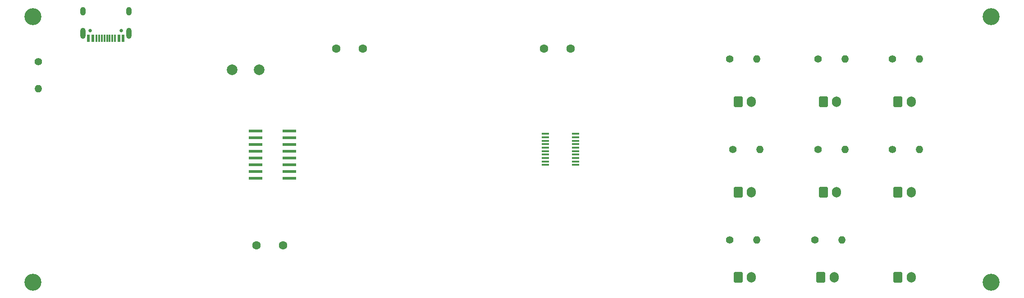
<source format=gts>
%TF.GenerationSoftware,KiCad,Pcbnew,7.0.1*%
%TF.CreationDate,2023-08-04T20:18:17+09:00*%
%TF.ProjectId,FNF_Controller,464e465f-436f-46e7-9472-6f6c6c65722e,rev?*%
%TF.SameCoordinates,PX337f980PY7ed6b40*%
%TF.FileFunction,Soldermask,Top*%
%TF.FilePolarity,Negative*%
%FSLAX46Y46*%
G04 Gerber Fmt 4.6, Leading zero omitted, Abs format (unit mm)*
G04 Created by KiCad (PCBNEW 7.0.1) date 2023-08-04 20:18:17*
%MOMM*%
%LPD*%
G01*
G04 APERTURE LIST*
G04 Aperture macros list*
%AMRoundRect*
0 Rectangle with rounded corners*
0 $1 Rounding radius*
0 $2 $3 $4 $5 $6 $7 $8 $9 X,Y pos of 4 corners*
0 Add a 4 corners polygon primitive as box body*
4,1,4,$2,$3,$4,$5,$6,$7,$8,$9,$2,$3,0*
0 Add four circle primitives for the rounded corners*
1,1,$1+$1,$2,$3*
1,1,$1+$1,$4,$5*
1,1,$1+$1,$6,$7*
1,1,$1+$1,$8,$9*
0 Add four rect primitives between the rounded corners*
20,1,$1+$1,$2,$3,$4,$5,0*
20,1,$1+$1,$4,$5,$6,$7,0*
20,1,$1+$1,$6,$7,$8,$9,0*
20,1,$1+$1,$8,$9,$2,$3,0*%
G04 Aperture macros list end*
%ADD10RoundRect,0.250000X-0.600000X-0.750000X0.600000X-0.750000X0.600000X0.750000X-0.600000X0.750000X0*%
%ADD11O,1.700000X2.000000*%
%ADD12C,1.400000*%
%ADD13O,1.400000X1.400000*%
%ADD14R,2.550000X0.600000*%
%ADD15C,3.200000*%
%ADD16R,1.450000X0.400000*%
%ADD17C,1.600000*%
%ADD18C,2.000000*%
%ADD19C,0.650000*%
%ADD20R,0.600000X1.450000*%
%ADD21R,0.300000X1.450000*%
%ADD22O,1.000000X2.100000*%
%ADD23O,1.000000X1.600000*%
G04 APERTURE END LIST*
D10*
%TO.C,SW6*%
X143500000Y8000000D03*
D11*
X146000000Y8000000D03*
%TD*%
D10*
%TO.C,SW4*%
X159500000Y24000000D03*
D11*
X162000000Y24000000D03*
%TD*%
D12*
%TO.C,R6*%
X172460000Y32000000D03*
D13*
X177540000Y32000000D03*
%TD*%
D14*
%TO.C,U1*%
X59200000Y26600000D03*
X59200000Y27870000D03*
X59200000Y29140000D03*
X59200000Y30410000D03*
X59200000Y31680000D03*
X59200000Y32950000D03*
X59200000Y34220000D03*
X59200000Y35490000D03*
X52800000Y35490000D03*
X52800000Y34220000D03*
X52800000Y32950000D03*
X52800000Y31680000D03*
X52800000Y30410000D03*
X52800000Y29140000D03*
X52800000Y27870000D03*
X52800000Y26600000D03*
%TD*%
D12*
%TO.C,R7*%
X141920000Y15000000D03*
D13*
X147000000Y15000000D03*
%TD*%
D15*
%TO.C,H3*%
X11000000Y7000000D03*
%TD*%
D10*
%TO.C,SW5*%
X173500000Y24000000D03*
D11*
X176000000Y24000000D03*
%TD*%
D10*
%TO.C,SW8*%
X173500000Y8000000D03*
D11*
X176000000Y8000000D03*
%TD*%
D15*
%TO.C,H1*%
X11000000Y57000000D03*
%TD*%
D10*
%TO.C,SW3*%
X143500000Y24000000D03*
D11*
X146000000Y24000000D03*
%TD*%
D12*
%TO.C,R3*%
X172460000Y49000000D03*
D13*
X177540000Y49000000D03*
%TD*%
D12*
%TO.C,R8*%
X157920000Y15000000D03*
D13*
X163000000Y15000000D03*
%TD*%
D12*
%TO.C,R9*%
X141920000Y49000000D03*
D13*
X147000000Y49000000D03*
%TD*%
D16*
%TO.C,U2*%
X107300000Y34950000D03*
X107300000Y34300000D03*
X107300000Y33650000D03*
X107300000Y33000000D03*
X107300000Y32350000D03*
X107300000Y31700000D03*
X107300000Y31050000D03*
X107300000Y30400000D03*
X107300000Y29750000D03*
X107300000Y29100000D03*
X112900000Y29100000D03*
X112900000Y29750000D03*
X112900000Y30400000D03*
X112900000Y31050000D03*
X112900000Y31700000D03*
X112900000Y32350000D03*
X112900000Y33000000D03*
X112900000Y33650000D03*
X112900000Y34300000D03*
X112900000Y34950000D03*
%TD*%
D10*
%TO.C,SW7*%
X159000000Y8000000D03*
D11*
X161500000Y8000000D03*
%TD*%
D17*
%TO.C,C3*%
X53000000Y14000000D03*
X58000000Y14000000D03*
%TD*%
D12*
%TO.C,R1*%
X12000000Y48540000D03*
D13*
X12000000Y43460000D03*
%TD*%
D17*
%TO.C,C1*%
X68000000Y51000000D03*
X73000000Y51000000D03*
%TD*%
D12*
%TO.C,R2*%
X158460000Y49000000D03*
D13*
X163540000Y49000000D03*
%TD*%
D12*
%TO.C,R4*%
X142460000Y32000000D03*
D13*
X147540000Y32000000D03*
%TD*%
D18*
%TO.C,F1*%
X53540000Y47000000D03*
X48460000Y47010000D03*
%TD*%
D10*
%TO.C,D1*%
X143500000Y41000000D03*
D11*
X146000000Y41000000D03*
%TD*%
D12*
%TO.C,R5*%
X158460000Y32000000D03*
D13*
X163540000Y32000000D03*
%TD*%
D15*
%TO.C,H2*%
X191000000Y57000000D03*
%TD*%
D19*
%TO.C,J1*%
X27570000Y54350000D03*
X21790000Y54350000D03*
D20*
X27930000Y52905000D03*
X27130000Y52905000D03*
D21*
X25930000Y52905000D03*
X24930000Y52905000D03*
X24430000Y52905000D03*
X23430000Y52905000D03*
D20*
X22230000Y52905000D03*
X21430000Y52905000D03*
X21430000Y52905000D03*
X22230000Y52905000D03*
D21*
X22930000Y52905000D03*
X23930000Y52905000D03*
X25430000Y52905000D03*
X26430000Y52905000D03*
D20*
X27130000Y52905000D03*
X27930000Y52905000D03*
D22*
X29000000Y53820000D03*
D23*
X29000000Y58000000D03*
D22*
X20360000Y53820000D03*
D23*
X20360000Y58000000D03*
%TD*%
D17*
%TO.C,C2*%
X107000000Y51000000D03*
X112000000Y51000000D03*
%TD*%
D10*
%TO.C,SW1*%
X159500000Y41000000D03*
D11*
X162000000Y41000000D03*
%TD*%
D10*
%TO.C,SW2*%
X173500000Y41000000D03*
D11*
X176000000Y41000000D03*
%TD*%
D15*
%TO.C,H4*%
X191000000Y7000000D03*
%TD*%
M02*

</source>
